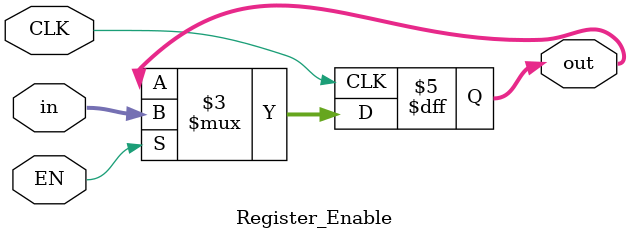
<source format=v>
`timescale 1ns / 1ps


module Register_Enable(input wire [31:0] in,
                       input wire CLK, EN,
                       output reg [31:0] out);
initial
out<=32'd0;
always @(posedge CLK)
begin
if(EN)
out<=in;
end
endmodule

</source>
